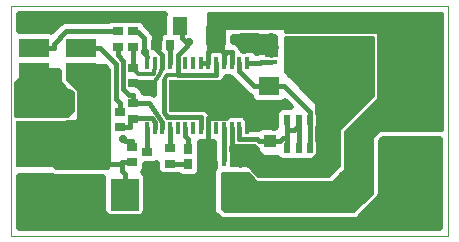
<source format=gtl>
G75*
G70*
%OFA0B0*%
%FSLAX24Y24*%
%IPPOS*%
%LPD*%
%AMOC8*
5,1,8,0,0,1.08239X$1,22.5*
%
%ADD10C,0.0000*%
%ADD11R,0.0354X0.0276*%
%ADD12R,0.0512X0.0591*%
%ADD13R,0.2165X0.0728*%
%ADD14R,0.0709X0.0630*%
%ADD15R,0.0394X0.0433*%
%ADD16R,0.0276X0.0354*%
%ADD17R,0.0945X0.1102*%
%ADD18R,0.0630X0.0709*%
%ADD19R,0.1102X0.0945*%
%ADD20R,0.0236X0.0354*%
%ADD21R,0.1575X0.1575*%
%ADD22R,0.0177X0.0413*%
%ADD23R,0.1870X0.1079*%
%ADD24R,0.0138X0.0394*%
%ADD25R,0.0650X0.0157*%
%ADD26R,0.0906X0.0709*%
%ADD27R,0.0394X0.0138*%
%ADD28R,0.0157X0.0650*%
%ADD29R,0.0709X0.0906*%
%ADD30R,0.1004X0.0610*%
%ADD31C,0.0180*%
%ADD32C,0.0177*%
%ADD33C,0.0277*%
%ADD34C,0.0060*%
%ADD35C,0.0130*%
%ADD36C,0.0197*%
%ADD37C,0.0356*%
%ADD38R,0.1181X0.1181*%
%ADD39C,0.0160*%
%ADD40C,0.0150*%
%ADD41C,0.0276*%
%ADD42C,0.0650*%
D10*
X000228Y000100D02*
X000228Y007777D01*
X014795Y007777D01*
X014795Y000100D01*
X000228Y000100D01*
D11*
X004264Y002561D03*
X004775Y002403D03*
X005523Y002521D03*
X004775Y002915D03*
X004264Y003072D03*
X003870Y003742D03*
X004303Y004017D03*
X003870Y004254D03*
X004303Y004529D03*
X004303Y005198D03*
X004303Y005710D03*
X004303Y006419D03*
X003791Y006419D03*
X003791Y006931D03*
X004303Y006931D03*
X005523Y003033D03*
D12*
X005189Y007108D03*
X005858Y007108D03*
D13*
X013516Y004943D03*
X013516Y002935D03*
D14*
X008831Y004006D03*
X008831Y005108D03*
D15*
X008850Y003272D03*
X008850Y002603D03*
D16*
X006646Y002502D03*
X006134Y002502D03*
X006134Y003013D03*
X006646Y003013D03*
X005543Y006478D03*
X005031Y006478D03*
D17*
X004018Y001482D03*
X006498Y001482D03*
D18*
X007063Y006541D03*
X008165Y006541D03*
D19*
X002610Y003517D03*
X002610Y001037D03*
D20*
X009441Y003057D03*
X009815Y003057D03*
X010189Y003057D03*
X010189Y003962D03*
X009815Y003962D03*
X009441Y003962D03*
D21*
X001153Y003167D03*
X001153Y001198D03*
D22*
X004766Y003693D03*
X005021Y003693D03*
X005277Y003693D03*
X005533Y003693D03*
X005789Y003693D03*
X006045Y003693D03*
X006301Y003693D03*
X006557Y003693D03*
X006813Y003693D03*
X007069Y003693D03*
X007325Y003693D03*
X007581Y003693D03*
X007836Y003693D03*
X008092Y003693D03*
X008092Y005878D03*
X007836Y005878D03*
X007581Y005878D03*
X007325Y005878D03*
X007069Y005878D03*
X006813Y005878D03*
X006557Y005878D03*
X006301Y005878D03*
X006045Y005878D03*
X005789Y005878D03*
X005533Y005878D03*
X005277Y005878D03*
X005021Y005878D03*
X004766Y005878D03*
D23*
X006429Y004785D03*
D24*
X007344Y002639D03*
X007600Y002639D03*
X007856Y002639D03*
X008112Y002639D03*
X008112Y001340D03*
X007856Y001340D03*
X007600Y001340D03*
X007344Y001340D03*
D25*
X007856Y002482D03*
D26*
X007728Y001817D03*
D27*
X008890Y005897D03*
X008890Y006153D03*
X008890Y006409D03*
X008890Y006665D03*
X010189Y006665D03*
X010189Y006409D03*
X010189Y006153D03*
X010189Y005897D03*
D28*
X009047Y006409D03*
D29*
X009712Y006281D03*
D30*
X002561Y006370D03*
X002561Y005563D03*
X001006Y005563D03*
X001006Y006370D03*
D31*
X001658Y006370D01*
X001658Y006512D01*
X002076Y006931D01*
X003791Y006931D01*
X003791Y006419D02*
X003791Y006131D01*
X003966Y005956D01*
X003966Y004998D01*
X004147Y004817D01*
X004303Y004817D01*
X004303Y004529D01*
X003870Y004541D02*
X003870Y004254D01*
X004197Y003911D02*
X004303Y004017D01*
X004335Y004049D01*
X004197Y003911D02*
X004197Y003742D01*
X003870Y003742D01*
X003870Y004541D02*
X003726Y004685D01*
X003726Y005857D01*
X003213Y006370D01*
X002561Y006370D01*
X004303Y005198D02*
X004994Y005198D01*
X005280Y005885D02*
X005280Y005895D01*
X005280Y006131D01*
X005031Y006380D01*
X005031Y006478D01*
X005031Y006505D01*
X005189Y006663D01*
X005189Y006973D01*
X005189Y007108D01*
X006813Y006234D02*
X006813Y005878D01*
X006557Y005878D01*
X006813Y006234D02*
X006819Y006234D01*
X007063Y006478D01*
X007063Y006541D01*
X007063Y006478D02*
X007307Y006234D01*
X007325Y006234D01*
X007325Y006145D01*
X007325Y006056D01*
X007325Y005878D01*
X007581Y005878D02*
X007581Y006234D01*
X007414Y006234D01*
X007325Y006145D01*
X007834Y005792D02*
X007834Y005600D01*
X008326Y005108D01*
X008831Y005108D01*
X009335Y005108D01*
X010153Y004289D01*
X010189Y004230D01*
X010189Y003962D01*
X010189Y003057D01*
X009815Y003057D02*
X009815Y003384D01*
X009815Y003635D01*
X009815Y003799D01*
X009815Y003962D01*
X009815Y003799D02*
X009664Y003648D01*
X009441Y003648D01*
X009441Y003962D01*
X009441Y003648D02*
X009441Y003384D01*
X009309Y003384D01*
X009197Y003272D01*
X008850Y003272D01*
X008503Y003272D01*
X008440Y003336D01*
X007836Y003336D01*
X007836Y003693D01*
X008092Y003693D02*
X008092Y003989D01*
X008109Y004006D01*
X008326Y004006D01*
X008831Y004006D01*
X008092Y003989D02*
X007917Y004164D01*
X007514Y004164D01*
X007399Y004049D01*
X006813Y004049D01*
X006813Y003693D01*
X006813Y003181D01*
X006646Y003013D01*
X006646Y002502D01*
X006646Y002331D01*
X006498Y002183D01*
X006498Y001833D01*
X004775Y001833D01*
X004775Y000993D01*
X004563Y000781D01*
X003471Y000781D01*
X003311Y000941D01*
X003311Y001037D01*
X002610Y001037D01*
X001909Y001037D01*
X001747Y001198D01*
X001153Y001198D01*
X003386Y002513D02*
X003936Y002513D01*
X003936Y002561D01*
X004264Y002561D01*
X003936Y002513D02*
X003936Y002264D01*
X004018Y002183D01*
X004018Y001482D01*
X004775Y001833D02*
X004775Y002403D01*
X005523Y003033D02*
X005523Y003321D01*
X005533Y003331D01*
X005533Y003693D01*
X006045Y003693D02*
X006045Y003429D01*
X006134Y003341D01*
X006134Y003013D01*
X006498Y001833D02*
X006498Y001482D01*
X009441Y003057D02*
X009441Y003384D01*
X007514Y004164D02*
X007514Y004785D01*
X006429Y004785D01*
X008890Y006153D02*
X008890Y006409D01*
X009047Y006409D01*
X008890Y006409D02*
X008890Y006541D01*
X008630Y006541D01*
X008165Y006541D01*
X007291Y007186D02*
X007150Y007045D01*
X007063Y007045D01*
X002091Y003167D02*
X001153Y003167D01*
D32*
X003953Y003351D02*
X004024Y003261D01*
X004264Y003261D01*
X004264Y003072D01*
X004766Y003153D02*
X004775Y003143D01*
X004775Y002915D01*
X004766Y003153D02*
X004766Y003693D01*
X005523Y002521D02*
X005886Y002521D01*
X005906Y002502D01*
X006134Y002502D01*
X004303Y005710D02*
X004303Y006419D01*
X004677Y006235D02*
X004677Y006696D01*
X004474Y006900D01*
X004303Y006900D01*
X004303Y006931D01*
X004690Y006223D02*
X004766Y006085D01*
X005280Y005895D02*
X005280Y005885D01*
X005533Y005878D02*
X005533Y006201D01*
X005543Y006211D01*
X005543Y006323D01*
X005789Y006135D02*
X005789Y005878D01*
X005789Y006135D02*
X006017Y006371D01*
X006088Y006441D01*
X006088Y006551D01*
X005916Y006723D01*
X005917Y006900D01*
X005858Y007108D01*
X006155Y006560D02*
X006146Y006551D01*
X007834Y005880D02*
X007834Y005792D01*
X007836Y005878D02*
X007834Y005880D01*
D33*
X009480Y006104D03*
X009834Y005946D03*
X009834Y006281D03*
X009480Y006458D03*
X009834Y006616D03*
X010317Y005541D03*
X010691Y005403D03*
X011045Y005285D03*
X010494Y005049D03*
X010848Y004911D03*
X011203Y004793D03*
X010848Y004478D03*
X010494Y004576D03*
X011203Y004380D03*
X010848Y003986D03*
X010514Y004124D03*
X010514Y003769D03*
X010789Y003474D03*
X010533Y003218D03*
X010750Y002884D03*
X011025Y002628D03*
X010435Y002667D03*
X009982Y002549D03*
X009707Y002254D03*
X009411Y002529D03*
X009136Y002254D03*
X008840Y002549D03*
X008368Y002549D03*
X008033Y002667D03*
X007679Y002667D03*
X007640Y003041D03*
X007974Y003041D03*
X008329Y003041D03*
X008584Y002254D03*
X010277Y002254D03*
X010750Y002254D03*
X011045Y003159D03*
X011183Y003868D03*
X010140Y005187D03*
X009785Y005324D03*
X006155Y006560D03*
X005543Y006371D03*
X004690Y006235D03*
X001942Y004978D03*
X001588Y004978D03*
X001214Y004978D03*
X000859Y004978D03*
X000505Y004978D03*
X000505Y004604D03*
X000859Y004604D03*
X001214Y004604D03*
X001588Y004604D03*
X001962Y004604D03*
X001962Y004229D03*
X001588Y004229D03*
X001214Y004229D03*
X000859Y004229D03*
X000505Y004229D03*
X003953Y003351D03*
D34*
X004373Y005626D02*
X004314Y005710D01*
X004766Y005878D02*
X004766Y006085D01*
X004690Y006223D02*
X004677Y006235D01*
X004690Y006235D01*
X005280Y005895D02*
X005288Y005788D01*
X005543Y006323D02*
X005543Y006411D01*
X005543Y006458D01*
X005543Y006478D01*
X005543Y006371D02*
X005534Y006362D01*
X005543Y006323D01*
X006088Y006551D02*
X006146Y006551D01*
D35*
X005277Y005878D02*
X005288Y005788D01*
X005277Y005878D02*
X005287Y005691D01*
X005238Y005641D01*
X005238Y005560D01*
X004994Y005198D01*
X005325Y005307D02*
X005441Y005482D01*
X005789Y005482D01*
X005031Y005691D02*
X005021Y005878D01*
X005031Y005691D02*
X004982Y005641D01*
X004982Y005522D01*
X004477Y005522D01*
X004373Y005626D01*
D36*
X004312Y005243D02*
X004414Y005201D01*
X004994Y005201D01*
X004994Y004822D01*
X004989Y004824D01*
X004956Y004845D01*
X004929Y004849D01*
X004903Y004860D01*
X004864Y004860D01*
X004827Y004866D01*
X004799Y004860D01*
X004649Y004860D01*
X004649Y004860D01*
X004649Y004886D01*
X004596Y005013D01*
X004499Y005110D01*
X004372Y005163D01*
X004312Y005163D01*
X004312Y005243D01*
X004312Y005179D02*
X004994Y005179D01*
X004994Y004984D02*
X004608Y004984D01*
X005656Y004984D02*
X007961Y004984D01*
X008130Y004815D02*
X008220Y004777D01*
X008220Y004742D01*
X008259Y004648D01*
X008331Y004576D01*
X008425Y004537D01*
X009236Y004537D01*
X009330Y004576D01*
X009354Y004600D01*
X009558Y004395D01*
X009272Y004395D01*
X009178Y004356D01*
X009106Y004284D01*
X009067Y004190D01*
X009067Y003744D01*
X008602Y003744D01*
X008508Y003706D01*
X008485Y003682D01*
X008182Y003682D01*
X008182Y003761D01*
X008181Y003765D01*
X008181Y003950D01*
X008142Y004044D01*
X008070Y004116D01*
X007976Y004155D01*
X006929Y004155D01*
X006886Y004137D01*
X006837Y004255D01*
X006744Y004349D01*
X006623Y004399D01*
X005656Y004399D01*
X005656Y005162D01*
X005699Y005162D01*
X005723Y005151D01*
X007135Y005151D01*
X007256Y005202D01*
X007349Y005295D01*
X007399Y005415D01*
X007464Y005415D01*
X007536Y005415D01*
X007541Y005404D01*
X008130Y004815D01*
X008194Y004788D02*
X005656Y004788D01*
X005656Y004593D02*
X008314Y004593D01*
X009072Y004202D02*
X006859Y004202D01*
X006626Y004398D02*
X009556Y004398D01*
X009361Y004593D02*
X009347Y004593D01*
X009067Y004007D02*
X008157Y004007D01*
X008181Y003812D02*
X009067Y003812D01*
X007013Y003230D02*
X007013Y002574D01*
X007020Y002559D01*
X007020Y002392D01*
X007027Y002374D01*
X007010Y002357D01*
X006959Y002234D01*
X006959Y000978D01*
X007010Y000855D01*
X007105Y000760D01*
X007184Y000681D01*
X007307Y000630D01*
X011693Y000630D01*
X011816Y000681D01*
X011911Y000776D01*
X012501Y001366D01*
X012552Y001490D01*
X012552Y003268D01*
X012631Y003347D01*
X014539Y003347D01*
X014539Y000376D01*
X000484Y000376D01*
X000484Y002124D01*
X001589Y002124D01*
X001677Y002087D01*
X003290Y002087D01*
X003289Y002084D01*
X003289Y000880D01*
X003328Y000786D01*
X003400Y000714D01*
X003494Y000675D01*
X004541Y000675D01*
X004635Y000714D01*
X004707Y000786D01*
X004746Y000880D01*
X004746Y002084D01*
X004707Y002178D01*
X004635Y002250D01*
X004631Y002252D01*
X004658Y002278D01*
X004697Y002372D01*
X004697Y002521D01*
X005004Y002521D01*
X005090Y002557D01*
X005090Y002333D01*
X005129Y002239D01*
X005201Y002167D01*
X005295Y002128D01*
X005752Y002128D01*
X005808Y002151D01*
X005851Y002107D01*
X005945Y002069D01*
X006322Y002069D01*
X006416Y002107D01*
X006488Y002179D01*
X006527Y002274D01*
X006527Y002730D01*
X006516Y002757D01*
X006527Y002785D01*
X006527Y003230D01*
X006696Y003230D01*
X006790Y003269D01*
X006813Y003291D01*
X006835Y003269D01*
X006929Y003230D01*
X007013Y003230D01*
X007013Y003226D02*
X006527Y003226D01*
X006527Y003030D02*
X007013Y003030D01*
X007013Y002835D02*
X006527Y002835D01*
X006527Y002640D02*
X007013Y002640D01*
X007020Y002444D02*
X006527Y002444D01*
X006517Y002249D02*
X006965Y002249D01*
X006959Y002054D02*
X004746Y002054D01*
X004746Y001858D02*
X006959Y001858D01*
X006959Y001663D02*
X004746Y001663D01*
X004746Y001467D02*
X006959Y001467D01*
X006959Y001272D02*
X004746Y001272D01*
X004746Y001077D02*
X006959Y001077D01*
X006999Y000881D02*
X004746Y000881D01*
X004568Y000686D02*
X007179Y000686D01*
X005125Y002249D02*
X004636Y002249D01*
X004697Y002444D02*
X005090Y002444D01*
X003289Y002054D02*
X000484Y002054D01*
X000484Y001858D02*
X003289Y001858D01*
X003289Y001663D02*
X000484Y001663D01*
X000484Y001467D02*
X003289Y001467D01*
X003289Y001272D02*
X000484Y001272D01*
X000484Y001077D02*
X003289Y001077D01*
X003289Y000881D02*
X000484Y000881D01*
X000484Y000686D02*
X003467Y000686D01*
X000484Y000491D02*
X014539Y000491D01*
X014539Y000686D02*
X011821Y000686D01*
X012016Y000881D02*
X014539Y000881D01*
X014539Y001077D02*
X012211Y001077D01*
X012407Y001272D02*
X014539Y001272D01*
X014539Y001467D02*
X012543Y001467D01*
X012552Y001663D02*
X014539Y001663D01*
X014539Y001858D02*
X012552Y001858D01*
X012552Y002054D02*
X014539Y002054D01*
X014539Y002249D02*
X012552Y002249D01*
X012552Y002444D02*
X014539Y002444D01*
X014539Y002640D02*
X012552Y002640D01*
X012552Y002835D02*
X014539Y002835D01*
X014539Y003030D02*
X012552Y003030D01*
X012552Y003226D02*
X014539Y003226D01*
X009046Y006222D02*
X008970Y006222D01*
X008955Y006228D01*
X008492Y006228D01*
X008444Y006208D01*
X008406Y006208D01*
X008398Y006229D01*
X008326Y006301D01*
X008232Y006340D01*
X007911Y006340D01*
X007874Y006430D01*
X007776Y006528D01*
X007649Y006580D01*
X007644Y006580D01*
X007644Y006733D01*
X009046Y006733D01*
X009046Y006372D01*
X009042Y006318D01*
X009046Y006306D01*
X009046Y006222D01*
X009044Y006351D02*
X007907Y006351D01*
X007731Y006547D02*
X009046Y006547D01*
X007570Y005374D02*
X007382Y005374D01*
X007201Y005179D02*
X007766Y005179D01*
X005148Y006340D02*
X005074Y006340D01*
X005025Y006458D01*
X005022Y006462D01*
X005022Y006765D01*
X004969Y006891D01*
X004766Y007095D01*
X004732Y007128D01*
X004697Y007213D01*
X004625Y007285D01*
X004531Y007324D01*
X004075Y007324D01*
X004047Y007313D01*
X004019Y007324D01*
X003563Y007324D01*
X003469Y007285D01*
X003460Y007277D01*
X002008Y007277D01*
X001881Y007224D01*
X001783Y007127D01*
X001579Y006922D01*
X001559Y006931D01*
X000484Y006931D01*
X000484Y007521D01*
X005374Y007521D01*
X005346Y007454D01*
X005346Y006908D01*
X005260Y006872D01*
X005188Y006800D01*
X005149Y006706D01*
X005149Y006452D01*
X005148Y006449D01*
X005148Y006340D01*
X005148Y006351D02*
X005069Y006351D01*
X005022Y006547D02*
X005149Y006547D01*
X005164Y006742D02*
X005022Y006742D01*
X004923Y006937D02*
X005346Y006937D01*
X005346Y007133D02*
X004731Y007133D01*
X005346Y007328D02*
X000484Y007328D01*
X000484Y007133D02*
X001789Y007133D01*
X001594Y006937D02*
X000484Y006937D01*
D37*
X000760Y007443D03*
X001350Y007443D03*
X001960Y007443D03*
X002571Y007443D03*
X003161Y007443D03*
X003732Y007443D03*
X004303Y007443D03*
X008004Y006714D03*
X008437Y006714D03*
X008890Y006714D03*
X008437Y006340D03*
X008004Y006340D03*
X008890Y006242D03*
X007492Y005100D03*
X006980Y005100D03*
X006980Y004667D03*
X007492Y004667D03*
X008043Y004667D03*
X007492Y004234D03*
X008043Y004194D03*
X008516Y004194D03*
X008988Y004194D03*
X008988Y003781D03*
X008516Y003781D03*
X005760Y001694D03*
X005169Y001694D03*
X005169Y001104D03*
X005760Y001104D03*
X005760Y000513D03*
X006350Y000513D03*
X006941Y000513D03*
X007531Y000513D03*
X008122Y000513D03*
X008712Y000513D03*
X009303Y000513D03*
X009894Y000513D03*
X010484Y000513D03*
X011075Y000513D03*
X011665Y000513D03*
X012256Y000513D03*
X012846Y000513D03*
X013437Y000513D03*
X014027Y000513D03*
X014027Y001104D03*
X013437Y001104D03*
X012846Y001104D03*
X012846Y001694D03*
X013437Y001694D03*
X014027Y001694D03*
X005169Y000513D03*
X004579Y000513D03*
X003988Y000513D03*
X003397Y000513D03*
X001823Y000513D03*
X001232Y000513D03*
X000642Y000513D03*
X000642Y001104D03*
X001232Y001104D03*
X001823Y001104D03*
X002216Y001891D03*
X002807Y001891D03*
D38*
X013634Y002856D03*
X013634Y005021D03*
D39*
X014579Y005014D02*
X012492Y005014D01*
X012256Y005014D02*
X009980Y005014D01*
X009822Y005172D02*
X012256Y005172D01*
X012492Y005172D02*
X014579Y005172D01*
X014579Y005331D02*
X012492Y005331D01*
X012256Y005331D02*
X009663Y005331D01*
X009505Y005489D02*
X012256Y005489D01*
X012492Y005489D02*
X014579Y005489D01*
X014579Y005648D02*
X012492Y005648D01*
X012256Y005648D02*
X009382Y005648D01*
X009382Y005612D02*
X009382Y006281D01*
X010445Y006281D01*
X009382Y006360D01*
X009382Y006714D01*
X012256Y006714D01*
X012256Y004824D01*
X011114Y003683D01*
X011114Y002462D01*
X010799Y002147D01*
X008476Y002147D01*
X008122Y002502D01*
X007709Y002502D01*
X007590Y002620D01*
X007590Y003053D01*
X007630Y003092D01*
X008338Y003092D01*
X008437Y002994D01*
X008437Y002935D01*
X008614Y002757D01*
X009106Y002757D01*
X009224Y002639D01*
X010268Y002639D01*
X010445Y002817D01*
X010445Y002819D01*
X010447Y002822D01*
X010447Y003292D01*
X010445Y003294D01*
X010445Y003725D01*
X010447Y003727D01*
X010447Y004197D01*
X010445Y004200D01*
X010445Y004549D01*
X009382Y005612D01*
X009382Y005806D02*
X012256Y005806D01*
X012492Y005806D02*
X014579Y005806D01*
X014579Y005965D02*
X012492Y005965D01*
X012256Y005965D02*
X009382Y005965D01*
X009382Y006123D02*
X012256Y006123D01*
X012492Y006123D02*
X014579Y006123D01*
X014579Y006282D02*
X012492Y006282D01*
X012256Y006282D02*
X010439Y006282D01*
X009382Y006440D02*
X012256Y006440D01*
X012492Y006440D02*
X014579Y006440D01*
X014579Y006599D02*
X012492Y006599D01*
X012256Y006599D02*
X009382Y006599D01*
X009382Y006950D02*
X009382Y007069D01*
X006823Y007069D01*
X006823Y007502D01*
X014579Y007502D01*
X014579Y003683D01*
X012492Y003683D01*
X012256Y003446D01*
X012216Y003446D01*
X012216Y001557D01*
X011626Y000966D01*
X007374Y000966D01*
X007295Y001045D01*
X007295Y002167D01*
X008122Y002167D01*
X008397Y001872D01*
X010957Y001872D01*
X011390Y002305D01*
X011390Y003565D01*
X012492Y004667D01*
X012531Y004667D01*
X012531Y004746D01*
X012492Y004746D01*
X012492Y006950D01*
X009382Y006950D01*
X006823Y007074D02*
X014579Y007074D01*
X014579Y006916D02*
X012492Y006916D01*
X012492Y006757D02*
X014579Y006757D01*
X014579Y007233D02*
X006823Y007233D01*
X006823Y007391D02*
X014579Y007391D01*
X014579Y004855D02*
X012492Y004855D01*
X012256Y004855D02*
X010139Y004855D01*
X010297Y004697D02*
X012128Y004697D01*
X011969Y004538D02*
X010445Y004538D01*
X010445Y004380D02*
X011811Y004380D01*
X011652Y004221D02*
X010445Y004221D01*
X010447Y004063D02*
X011494Y004063D01*
X011335Y003904D02*
X010447Y003904D01*
X010447Y003746D02*
X011177Y003746D01*
X011114Y003587D02*
X010445Y003587D01*
X010445Y003429D02*
X011114Y003429D01*
X011114Y003270D02*
X010447Y003270D01*
X010447Y003112D02*
X011114Y003112D01*
X011114Y002953D02*
X010447Y002953D01*
X010423Y002795D02*
X011114Y002795D01*
X011114Y002636D02*
X007590Y002636D01*
X007590Y002795D02*
X008577Y002795D01*
X008437Y002953D02*
X007590Y002953D01*
X008146Y002478D02*
X011114Y002478D01*
X010971Y002319D02*
X008304Y002319D01*
X008463Y002161D02*
X010812Y002161D01*
X011087Y002002D02*
X012216Y002002D01*
X012216Y001844D02*
X007295Y001844D01*
X007295Y002002D02*
X008276Y002002D01*
X008128Y002161D02*
X007295Y002161D01*
X007295Y001685D02*
X012216Y001685D01*
X012186Y001527D02*
X007295Y001527D01*
X007295Y001368D02*
X012028Y001368D01*
X011869Y001210D02*
X007295Y001210D01*
X007295Y001051D02*
X011711Y001051D01*
X011245Y002161D02*
X012216Y002161D01*
X012216Y002319D02*
X011390Y002319D01*
X011390Y002478D02*
X012216Y002478D01*
X012216Y002636D02*
X011390Y002636D01*
X011390Y002795D02*
X012216Y002795D01*
X012216Y002953D02*
X011390Y002953D01*
X011390Y003112D02*
X012216Y003112D01*
X012216Y003270D02*
X011390Y003270D01*
X011390Y003429D02*
X012216Y003429D01*
X012396Y003587D02*
X011412Y003587D01*
X011571Y003746D02*
X014579Y003746D01*
X014579Y003904D02*
X011729Y003904D01*
X011888Y004063D02*
X014579Y004063D01*
X014579Y004221D02*
X012046Y004221D01*
X012205Y004380D02*
X014579Y004380D01*
X014579Y004538D02*
X012363Y004538D01*
X012531Y004697D02*
X014579Y004697D01*
X003476Y004697D02*
X002492Y004697D01*
X002256Y004697D02*
X000408Y004697D01*
X000408Y004855D02*
X002256Y004855D01*
X002256Y004864D02*
X002256Y004322D01*
X002089Y004155D01*
X000408Y004155D01*
X000408Y005221D01*
X000523Y005336D01*
X000563Y005336D01*
X000878Y005651D01*
X001783Y005651D01*
X001823Y005612D01*
X001823Y005226D01*
X002107Y004943D01*
X002177Y004943D01*
X002256Y004864D01*
X002492Y004855D02*
X003476Y004855D01*
X003476Y005014D02*
X002460Y005014D01*
X002492Y004982D02*
X002177Y005297D01*
X002177Y005730D01*
X002216Y005769D01*
X003358Y005769D01*
X003476Y005651D01*
X003476Y002462D01*
X003437Y002423D01*
X001744Y002423D01*
X001586Y002580D01*
X001586Y003801D01*
X001665Y003880D01*
X002365Y003880D01*
X002492Y004007D01*
X002492Y004982D01*
X002302Y005172D02*
X003476Y005172D01*
X003476Y005331D02*
X002177Y005331D01*
X002177Y005489D02*
X003476Y005489D01*
X003476Y005648D02*
X002177Y005648D01*
X001823Y005489D02*
X000716Y005489D01*
X000874Y005648D02*
X001787Y005648D01*
X001823Y005331D02*
X000518Y005331D01*
X000408Y005172D02*
X001877Y005172D01*
X002036Y005014D02*
X000408Y005014D01*
X000408Y004538D02*
X002256Y004538D01*
X002492Y004538D02*
X003476Y004538D01*
X003476Y004380D02*
X002492Y004380D01*
X002256Y004380D02*
X000408Y004380D01*
X000408Y004221D02*
X002155Y004221D01*
X002492Y004221D02*
X003476Y004221D01*
X003476Y004063D02*
X002492Y004063D01*
X002389Y003904D02*
X003476Y003904D01*
X003476Y003746D02*
X001586Y003746D01*
X001586Y003587D02*
X003476Y003587D01*
X003476Y003429D02*
X001586Y003429D01*
X001586Y003270D02*
X003476Y003270D01*
X003476Y003112D02*
X001586Y003112D01*
X001586Y002953D02*
X003476Y002953D01*
X003476Y002795D02*
X001586Y002795D01*
X001586Y002636D02*
X003476Y002636D01*
X003476Y002478D02*
X001689Y002478D01*
D40*
X004335Y004049D02*
X004918Y004049D01*
X005021Y003907D01*
X005021Y003693D01*
X005277Y003693D02*
X005277Y003911D01*
X004837Y004529D01*
X004303Y004529D01*
X005325Y004227D02*
X005325Y005307D01*
X005789Y005482D02*
X007069Y005482D01*
X007069Y005878D01*
X008092Y005878D02*
X008538Y005878D01*
X008558Y005897D01*
X008890Y005897D01*
X005789Y005878D02*
X005789Y005482D01*
X004314Y005710D02*
X004303Y005710D01*
X005325Y004227D02*
X005445Y004068D01*
X006557Y004068D01*
X006557Y003693D01*
X007325Y003693D02*
X007325Y003351D01*
X007344Y003331D01*
X007344Y002639D01*
X007590Y002639D02*
X007590Y003033D01*
X007640Y003041D01*
X007600Y003075D01*
X007581Y003095D01*
X007581Y003693D01*
X007600Y002639D02*
X007590Y002639D01*
X007600Y002639D02*
X007856Y002639D01*
X007856Y002482D01*
X007856Y002639D02*
X008112Y002639D01*
X008168Y002583D01*
X008168Y002532D01*
D41*
X008289Y002824D02*
X008329Y003041D01*
X007640Y002962D01*
X007640Y003041D01*
X007974Y003041D02*
X008289Y002824D01*
D42*
X007063Y006541D02*
X007063Y007045D01*
M02*

</source>
